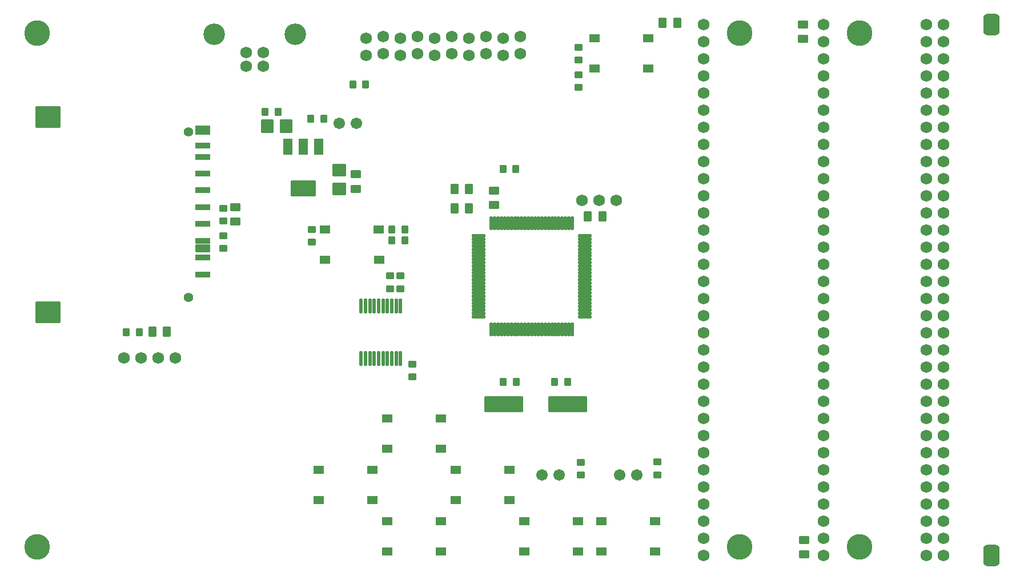
<source format=gts>
%TF.GenerationSoftware,KiCad,Pcbnew,7.0.8*%
%TF.CreationDate,2024-03-17T11:49:34-04:00*%
%TF.ProjectId,UMDv3,554d4476-332e-46b6-9963-61645f706362,rev?*%
%TF.SameCoordinates,Original*%
%TF.FileFunction,Soldermask,Top*%
%TF.FilePolarity,Negative*%
%FSLAX46Y46*%
G04 Gerber Fmt 4.6, Leading zero omitted, Abs format (unit mm)*
G04 Created by KiCad (PCBNEW 7.0.8) date 2024-03-17 11:49:34*
%MOMM*%
%LPD*%
G01*
G04 APERTURE LIST*
G04 Aperture macros list*
%AMRoundRect*
0 Rectangle with rounded corners*
0 $1 Rounding radius*
0 $2 $3 $4 $5 $6 $7 $8 $9 X,Y pos of 4 corners*
0 Add a 4 corners polygon primitive as box body*
4,1,4,$2,$3,$4,$5,$6,$7,$8,$9,$2,$3,0*
0 Add four circle primitives for the rounded corners*
1,1,$1+$1,$2,$3*
1,1,$1+$1,$4,$5*
1,1,$1+$1,$6,$7*
1,1,$1+$1,$8,$9*
0 Add four rect primitives between the rounded corners*
20,1,$1+$1,$2,$3,$4,$5,0*
20,1,$1+$1,$4,$5,$6,$7,0*
20,1,$1+$1,$6,$7,$8,$9,0*
20,1,$1+$1,$8,$9,$2,$3,0*%
G04 Aperture macros list end*
%ADD10RoundRect,0.101600X-0.400000X-0.500000X0.400000X-0.500000X0.400000X0.500000X-0.400000X0.500000X0*%
%ADD11RoundRect,0.101600X-0.508000X-0.635000X0.508000X-0.635000X0.508000X0.635000X-0.508000X0.635000X0*%
%ADD12RoundRect,0.101600X0.500000X-0.400000X0.500000X0.400000X-0.500000X0.400000X-0.500000X-0.400000X0*%
%ADD13C,1.727200*%
%ADD14C,1.403200*%
%ADD15RoundRect,0.101600X-1.000000X0.350000X-1.000000X-0.350000X1.000000X-0.350000X1.000000X0.350000X0*%
%ADD16RoundRect,0.101600X-1.000000X0.475000X-1.000000X-0.475000X1.000000X-0.475000X1.000000X0.475000X0*%
%ADD17RoundRect,0.101600X-1.750000X1.500000X-1.750000X-1.500000X1.750000X-1.500000X1.750000X1.500000X0*%
%ADD18RoundRect,0.101600X-1.000000X0.600000X-1.000000X-0.600000X1.000000X-0.600000X1.000000X0.600000X0*%
%ADD19RoundRect,0.101600X0.400000X0.500000X-0.400000X0.500000X-0.400000X-0.500000X0.400000X-0.500000X0*%
%ADD20RoundRect,0.101600X-0.500000X0.400000X-0.500000X-0.400000X0.500000X-0.400000X0.500000X0.400000X0*%
%ADD21R,1.550000X1.300000*%
%ADD22RoundRect,0.101600X0.635000X-0.508000X0.635000X0.508000X-0.635000X0.508000X-0.635000X-0.508000X0*%
%ADD23RoundRect,0.101600X0.508000X0.635000X-0.508000X0.635000X-0.508000X-0.635000X0.508000X-0.635000X0*%
%ADD24C,3.810000*%
%ADD25RoundRect,0.110000X0.145000X-0.925000X0.145000X0.925000X-0.145000X0.925000X-0.145000X-0.925000X0*%
%ADD26RoundRect,0.110000X0.925000X0.145000X-0.925000X0.145000X-0.925000X-0.145000X0.925000X-0.145000X0*%
%ADD27RoundRect,0.110000X-0.925000X-0.145000X0.925000X-0.145000X0.925000X0.145000X-0.925000X0.145000X0*%
%ADD28RoundRect,0.110000X-2.800000X-1.050000X2.800000X-1.050000X2.800000X1.050000X-2.800000X1.050000X0*%
%ADD29RoundRect,0.101600X0.600000X1.100000X-0.600000X1.100000X-0.600000X-1.100000X0.600000X-1.100000X0*%
%ADD30RoundRect,0.101600X1.750000X1.100000X-1.750000X1.100000X-1.750000X-1.100000X1.750000X-1.100000X0*%
%ADD31RoundRect,0.101600X0.800000X0.900000X-0.800000X0.900000X-0.800000X-0.900000X0.800000X-0.900000X0*%
%ADD32C,3.203200*%
%ADD33RoundRect,0.100000X-0.150000X1.000000X-0.150000X-1.000000X0.150000X-1.000000X0.150000X1.000000X0*%
%ADD34RoundRect,0.664100X-0.562500X-0.937500X0.562500X-0.937500X0.562500X0.937500X-0.562500X0.937500X0*%
%ADD35C,1.703200*%
%ADD36RoundRect,0.101600X-0.635000X0.508000X-0.635000X-0.508000X0.635000X-0.508000X0.635000X0.508000X0*%
%ADD37RoundRect,0.101600X0.900000X-0.800000X0.900000X0.800000X-0.900000X0.800000X-0.900000X-0.800000X0*%
G04 APERTURE END LIST*
D10*
%TO.C,C101*%
X125542000Y-77470000D03*
X127442000Y-77470000D03*
%TD*%
D11*
%TO.C,C126*%
X95821500Y-114173000D03*
X97980500Y-114173000D03*
%TD*%
D12*
%TO.C,C104*%
X159004000Y-73848000D03*
X159004000Y-71948000D03*
%TD*%
D13*
%TO.C,CON104*%
X127508000Y-73152000D03*
X127508000Y-70612000D03*
X130048000Y-72898000D03*
X130048000Y-70358000D03*
X132588000Y-73152000D03*
X132588000Y-70612000D03*
X135128000Y-72898000D03*
X135128000Y-70358000D03*
X137668000Y-73152000D03*
X137668000Y-70612000D03*
X140208000Y-72898000D03*
X140208000Y-70358000D03*
X142748000Y-73152000D03*
X142748000Y-70612000D03*
X145288000Y-72898000D03*
X145288000Y-70358000D03*
X147828000Y-73152000D03*
X147828000Y-70612000D03*
X150368000Y-72898000D03*
X150368000Y-70358000D03*
%TD*%
D14*
%TO.C,CON105*%
X101135000Y-84474000D03*
X101135000Y-109074000D03*
D15*
X103235000Y-103149000D03*
X103235000Y-100649000D03*
X103235000Y-98149000D03*
X103235000Y-95649000D03*
X103235000Y-93149000D03*
X103235000Y-90649000D03*
X103235000Y-88224000D03*
X103235000Y-86524000D03*
X103235000Y-105649000D03*
D16*
X103235000Y-101774000D03*
D17*
X80335000Y-111274000D03*
D18*
X103235000Y-84219000D03*
D17*
X80335000Y-82274000D03*
%TD*%
D19*
%TO.C,R101*%
X149692400Y-89992200D03*
X147792400Y-89992200D03*
%TD*%
D20*
%TO.C,R102*%
X131064000Y-105857000D03*
X131064000Y-107757000D03*
%TD*%
%TO.C,R103*%
X132588000Y-105857000D03*
X132588000Y-107757000D03*
%TD*%
D21*
%TO.C,SW101*%
X161379000Y-70648000D03*
X169329000Y-70648000D03*
X161354000Y-75148000D03*
X169354000Y-75148000D03*
%TD*%
D22*
%TO.C,C105*%
X146456400Y-95377000D03*
X146456400Y-93218000D03*
%TD*%
D23*
%TO.C,C106*%
X162509200Y-97002600D03*
X160350200Y-97002600D03*
%TD*%
D11*
%TO.C,C107*%
X140589000Y-95885000D03*
X142748000Y-95885000D03*
%TD*%
D12*
%TO.C,C108*%
X119405400Y-100873600D03*
X119405400Y-98973600D03*
%TD*%
D19*
%TO.C,C110*%
X157363200Y-121564400D03*
X155463200Y-121564400D03*
%TD*%
D11*
%TO.C,C111*%
X171450000Y-68326000D03*
X173609000Y-68326000D03*
%TD*%
D22*
%TO.C,C112*%
X192278000Y-70739000D03*
X192278000Y-68580000D03*
%TD*%
%TO.C,C113*%
X192405000Y-147193000D03*
X192405000Y-145034000D03*
%TD*%
D20*
%TO.C,C114*%
X106299000Y-95824000D03*
X106299000Y-97724000D03*
%TD*%
D11*
%TO.C,FB101*%
X140589000Y-92964000D03*
X142748000Y-92964000D03*
%TD*%
D12*
%TO.C,R104*%
X159004000Y-77912000D03*
X159004000Y-76012000D03*
%TD*%
D10*
%TO.C,R107*%
X131307800Y-100634800D03*
X133207800Y-100634800D03*
%TD*%
D19*
%TO.C,R108*%
X133207800Y-98983800D03*
X131307800Y-98983800D03*
%TD*%
%TO.C,R109*%
X121193600Y-82550000D03*
X119293600Y-82550000D03*
%TD*%
D21*
%TO.C,SW105*%
X120459600Y-134630600D03*
X128409600Y-134630600D03*
X120434600Y-139130600D03*
X128434600Y-139130600D03*
%TD*%
D13*
%TO.C,CON106*%
X177546000Y-68580000D03*
X210566000Y-68580000D03*
X177546000Y-71120000D03*
X210566000Y-71120000D03*
X177546000Y-73660000D03*
X210566000Y-73660000D03*
X177546000Y-76200000D03*
X210566000Y-76200000D03*
X177546000Y-78740000D03*
X210566000Y-78740000D03*
X177546000Y-81280000D03*
X210566000Y-81280000D03*
X177546000Y-83820000D03*
X210566000Y-83820000D03*
X177546000Y-86360000D03*
X210566000Y-86360000D03*
X177546000Y-88900000D03*
X210566000Y-88900000D03*
X177546000Y-91440000D03*
X210566000Y-91440000D03*
X177546000Y-93980000D03*
X210566000Y-93980000D03*
X177546000Y-96520000D03*
X210566000Y-96520000D03*
X177546000Y-99060000D03*
X210566000Y-99060000D03*
X177546000Y-101600000D03*
X210566000Y-101600000D03*
X177546000Y-104140000D03*
X210566000Y-104140000D03*
X177546000Y-106680000D03*
X210566000Y-106680000D03*
X177546000Y-109220000D03*
X210566000Y-109220000D03*
X177546000Y-111760000D03*
X210566000Y-111760000D03*
X177546000Y-114300000D03*
X210566000Y-114300000D03*
X177546000Y-116840000D03*
X210566000Y-116840000D03*
X177546000Y-119380000D03*
X210566000Y-119380000D03*
X177546000Y-121920000D03*
X210566000Y-121920000D03*
X177546000Y-124460000D03*
X210566000Y-124460000D03*
X177546000Y-127000000D03*
X210566000Y-127000000D03*
X177546000Y-129540000D03*
X210566000Y-129540000D03*
X177546000Y-132080000D03*
X210566000Y-132080000D03*
X177546000Y-134620000D03*
X210566000Y-134620000D03*
X177546000Y-137160000D03*
X210566000Y-137160000D03*
X177546000Y-139700000D03*
X210566000Y-139700000D03*
X177546000Y-142240000D03*
X210566000Y-142240000D03*
X177546000Y-144780000D03*
X210566000Y-144780000D03*
X177546000Y-147320000D03*
X210566000Y-147320000D03*
X195326000Y-147320000D03*
X213106000Y-147320000D03*
X195326000Y-144780000D03*
X213106000Y-144780000D03*
X195326000Y-142240000D03*
X213106000Y-142240000D03*
X195326000Y-139700000D03*
X213106000Y-139700000D03*
X195326000Y-137160000D03*
X213106000Y-137160000D03*
X195326000Y-134620000D03*
X213106000Y-134620000D03*
X195326000Y-132080000D03*
X213106000Y-132080000D03*
X195326000Y-129540000D03*
X213106000Y-129540000D03*
X195326000Y-127000000D03*
X213106000Y-127000000D03*
X195326000Y-124460000D03*
X213106000Y-124460000D03*
X195326000Y-121920000D03*
X213106000Y-121920000D03*
X195326000Y-119380000D03*
X213106000Y-119380000D03*
X195326000Y-116840000D03*
X213106000Y-116840000D03*
X195326000Y-114300000D03*
X213106000Y-114300000D03*
X195326000Y-111760000D03*
X213106000Y-111760000D03*
X195326000Y-109220000D03*
X213106000Y-109220000D03*
X195326000Y-106680000D03*
X213106000Y-106680000D03*
X195326000Y-104140000D03*
X213106000Y-104140000D03*
X195326000Y-101600000D03*
X213106000Y-101600000D03*
X195326000Y-99060000D03*
X213106000Y-99060000D03*
X195326000Y-96520000D03*
X213106000Y-96520000D03*
X195326000Y-93980000D03*
X213106000Y-93980000D03*
X195326000Y-91440000D03*
X213106000Y-91440000D03*
X195326000Y-88900000D03*
X213106000Y-88900000D03*
X195326000Y-86360000D03*
X213106000Y-86360000D03*
X195326000Y-83820000D03*
X213106000Y-83820000D03*
X195326000Y-81280000D03*
X213106000Y-81280000D03*
X195326000Y-78740000D03*
X213106000Y-78740000D03*
X195326000Y-76200000D03*
X213106000Y-76200000D03*
X195326000Y-73660000D03*
X213106000Y-73660000D03*
X195326000Y-71120000D03*
X213106000Y-71120000D03*
X195326000Y-68580000D03*
X213106000Y-68580000D03*
%TD*%
D24*
%TO.C,MEC102*%
X78740000Y-146050000D03*
%TD*%
%TO.C,MEC103*%
X200660000Y-69850000D03*
%TD*%
%TO.C,MEC104*%
X200660000Y-146050000D03*
%TD*%
%TO.C,MEC101*%
X78740000Y-69850000D03*
%TD*%
D21*
%TO.C,SW107*%
X130619600Y-127010600D03*
X138569600Y-127010600D03*
X130594600Y-131510600D03*
X138594600Y-131510600D03*
%TD*%
%TO.C,SW106*%
X130619600Y-142250600D03*
X138569600Y-142250600D03*
X130594600Y-146750600D03*
X138594600Y-146750600D03*
%TD*%
%TO.C,SW103*%
X162369600Y-142250600D03*
X170319600Y-142250600D03*
X162344600Y-146750600D03*
X170344600Y-146750600D03*
%TD*%
%TO.C,SW102*%
X150939600Y-142250600D03*
X158889600Y-142250600D03*
X150914600Y-146750600D03*
X158914600Y-146750600D03*
%TD*%
%TO.C,SW104*%
X140779600Y-134630600D03*
X148729600Y-134630600D03*
X140754600Y-139130600D03*
X148754600Y-139130600D03*
%TD*%
D20*
%TO.C,R106*%
X170688000Y-133466800D03*
X170688000Y-135366800D03*
%TD*%
D12*
%TO.C,R105*%
X159308800Y-135392200D03*
X159308800Y-133492200D03*
%TD*%
D10*
%TO.C,C116*%
X91963200Y-114223800D03*
X93863200Y-114223800D03*
%TD*%
D20*
%TO.C,C115*%
X134366000Y-118938000D03*
X134366000Y-120838000D03*
%TD*%
D25*
%TO.C,U103*%
X146050000Y-113792000D03*
X146550000Y-113792000D03*
X147050000Y-113792000D03*
X147550000Y-113792000D03*
X148050000Y-113792000D03*
X148550000Y-113792000D03*
X149050000Y-113792000D03*
X149550000Y-113792000D03*
X150050000Y-113792000D03*
X150550000Y-113792000D03*
X151050000Y-113792000D03*
X151550000Y-113792000D03*
X152050000Y-113792000D03*
X152550000Y-113792000D03*
X153050000Y-113792000D03*
X153550000Y-113792000D03*
X154050000Y-113792000D03*
X154550000Y-113792000D03*
X155050000Y-113792000D03*
X155550000Y-113792000D03*
X156050000Y-113792000D03*
X156550000Y-113792000D03*
X157050000Y-113792000D03*
X157550000Y-113792000D03*
X158050000Y-113792000D03*
D26*
X159925000Y-111917000D03*
D27*
X159925000Y-111417000D03*
D26*
X159925000Y-110917000D03*
X159925000Y-110417000D03*
X159925000Y-109917000D03*
X159925000Y-109417000D03*
X159925000Y-108917000D03*
X159925000Y-108417000D03*
X159925000Y-107917000D03*
X159925000Y-107417000D03*
X159925000Y-106917000D03*
X159925000Y-106417000D03*
X159925000Y-105917000D03*
X159925000Y-105417000D03*
X159925000Y-104917000D03*
X159925000Y-104417000D03*
X159925000Y-103917000D03*
X159925000Y-103417000D03*
X159925000Y-102917000D03*
X159925000Y-102417000D03*
X159925000Y-101917000D03*
X159925000Y-101417000D03*
X159925000Y-100917000D03*
X159925000Y-100417000D03*
X159925000Y-99917000D03*
D25*
X158050000Y-98042000D03*
X157550000Y-98042000D03*
X157050000Y-98042000D03*
X156550000Y-98042000D03*
X156050000Y-98042000D03*
X155550000Y-98042000D03*
X155050000Y-98042000D03*
X154550000Y-98042000D03*
X154050000Y-98042000D03*
X153550000Y-98042000D03*
X153050000Y-98042000D03*
X152550000Y-98042000D03*
X152050000Y-98042000D03*
X151550000Y-98042000D03*
X151050000Y-98042000D03*
X150550000Y-98042000D03*
X150050000Y-98042000D03*
X149550000Y-98042000D03*
X149050000Y-98042000D03*
X148550000Y-98042000D03*
X148050000Y-98042000D03*
X147550000Y-98042000D03*
X147050000Y-98042000D03*
X146550000Y-98042000D03*
X146050000Y-98042000D03*
D26*
X144175000Y-99917000D03*
X144175000Y-100417000D03*
X144175000Y-100917000D03*
X144175000Y-101417000D03*
X144175000Y-101917000D03*
X144175000Y-102417000D03*
X144175000Y-102917000D03*
X144175000Y-103417000D03*
X144175000Y-103917000D03*
X144175000Y-104417000D03*
X144175000Y-104917000D03*
X144175000Y-105417000D03*
X144175000Y-105917000D03*
X144175000Y-106417000D03*
X144175000Y-106917000D03*
X144175000Y-107417000D03*
X144175000Y-107917000D03*
X144175000Y-108417000D03*
X144175000Y-108917000D03*
X144175000Y-109417000D03*
X144175000Y-109917000D03*
X144175000Y-110417000D03*
X144175000Y-110917000D03*
X144175000Y-111417000D03*
X144175000Y-111917000D03*
%TD*%
D28*
%TO.C,X101*%
X147853200Y-124866400D03*
X157353200Y-124866400D03*
%TD*%
D10*
%TO.C,C109*%
X147843200Y-121564400D03*
X149743200Y-121564400D03*
%TD*%
D21*
%TO.C,SW108*%
X121424800Y-98969000D03*
X129374800Y-98969000D03*
X121399800Y-103469000D03*
X129399800Y-103469000D03*
%TD*%
D12*
%TO.C,R111*%
X106299000Y-101788000D03*
X106299000Y-99888000D03*
%TD*%
D29*
%TO.C,U102*%
X120486200Y-86728300D03*
D30*
X118186200Y-92928300D03*
D29*
X118186200Y-86728300D03*
X115886200Y-86728300D03*
%TD*%
D22*
%TO.C,C127*%
X125933200Y-92951300D03*
X125933200Y-90792300D03*
%TD*%
D13*
%TO.C,CON107*%
X159512000Y-94640400D03*
X162052000Y-94640400D03*
X164592000Y-94640400D03*
%TD*%
D31*
%TO.C,C102*%
X115666700Y-83680300D03*
X112866700Y-83680300D03*
%TD*%
D19*
%TO.C,C124*%
X114411800Y-81508600D03*
X112511800Y-81508600D03*
%TD*%
D13*
%TO.C,CON101*%
X109748000Y-74771200D03*
X112248000Y-74771200D03*
X112248000Y-72771200D03*
X109748000Y-72771200D03*
D32*
X104978000Y-70061200D03*
X117018000Y-70061200D03*
%TD*%
D33*
%TO.C,U101*%
X132592000Y-110323800D03*
X131942000Y-110323800D03*
X131292000Y-110323800D03*
X130642000Y-110323800D03*
X129992000Y-110323800D03*
X129342000Y-110323800D03*
X128692000Y-110323800D03*
X128042000Y-110323800D03*
X127392000Y-110323800D03*
X126742000Y-110323800D03*
X126742000Y-118123800D03*
X127392000Y-118123800D03*
X128042000Y-118123800D03*
X128692000Y-118123800D03*
X129342000Y-118123800D03*
X129992000Y-118123800D03*
X130642000Y-118123800D03*
X131292000Y-118123800D03*
X131942000Y-118123800D03*
X132592000Y-118123800D03*
%TD*%
D34*
%TO.C,TP101*%
X220218000Y-68580000D03*
%TD*%
D13*
%TO.C,U104*%
X91567000Y-118032000D03*
X94107000Y-118032000D03*
X96647000Y-118032000D03*
X99187000Y-118032000D03*
%TD*%
D34*
%TO.C,TP102*%
X220218000Y-147320000D03*
%TD*%
D35*
%TO.C,D102*%
X165100000Y-135382000D03*
X167640000Y-135382000D03*
%TD*%
%TO.C,D101*%
X153550137Y-135382000D03*
X156090137Y-135382000D03*
%TD*%
D24*
%TO.C,MEC105*%
X182880000Y-146050000D03*
%TD*%
D36*
%TO.C,C125*%
X108102400Y-95681800D03*
X108102400Y-97840800D03*
%TD*%
D37*
%TO.C,C103*%
X123520200Y-92971800D03*
X123520200Y-90171800D03*
%TD*%
D24*
%TO.C,MEC106*%
X182880000Y-69850000D03*
%TD*%
D35*
%TO.C,D103*%
X123527337Y-83223100D03*
X126067337Y-83223100D03*
%TD*%
M02*

</source>
